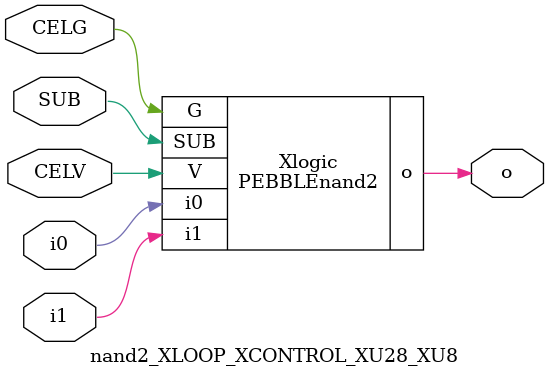
<source format=v>



module PEBBLEnand2 ( o, G, SUB, V, i0, i1 );

  input i0;
  input V;
  input i1;
  input G;
  output o;
  input SUB;
endmodule

//Celera Confidential Do Not Copy nand2_XLOOP_XCONTROL_XU28_XU8
//Celera Confidential Symbol Generator
//5V NAND2
module nand2_XLOOP_XCONTROL_XU28_XU8 (CELV,CELG,i0,i1,o,SUB);
input CELV;
input CELG;
input i0;
input i1;
input SUB;
output o;

//Celera Confidential Do Not Copy nand2
PEBBLEnand2 Xlogic(
.V (CELV),
.i0 (i0),
.i1 (i1),
.o (o),
.SUB (SUB),
.G (CELG)
);
//,diesize,PEBBLEnand2

//Celera Confidential Do Not Copy Module End
//Celera Schematic Generator
endmodule

</source>
